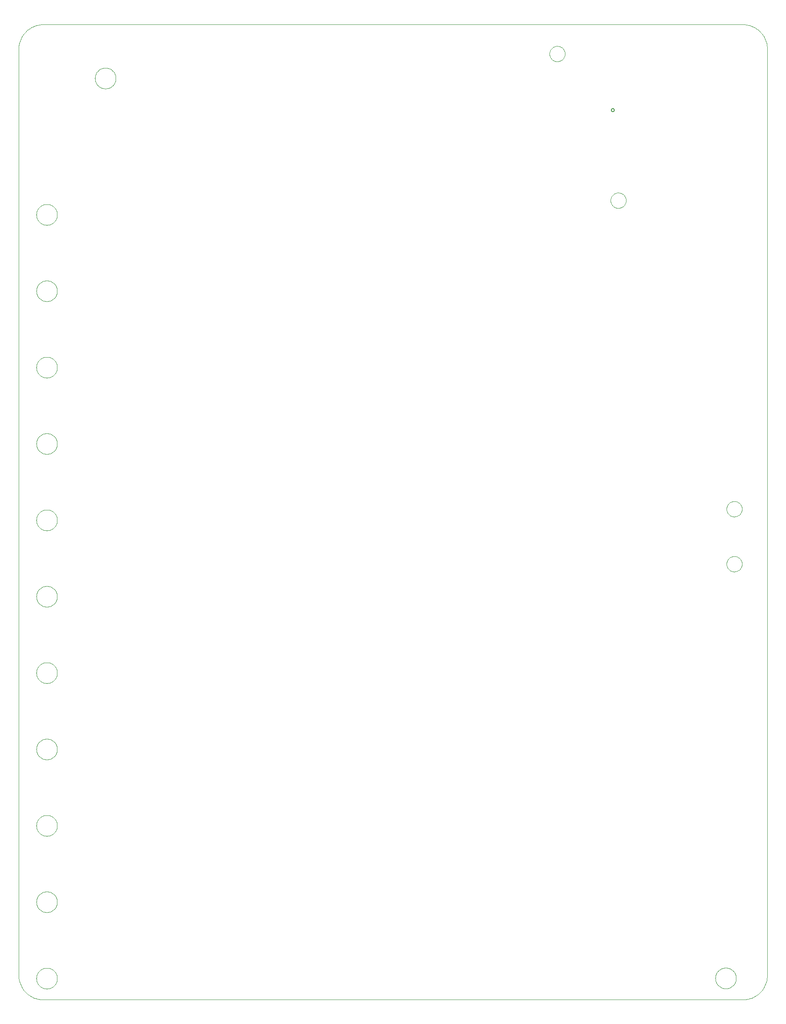
<source format=gbo>
G75*
%MOIN*%
%OFA0B0*%
%FSLAX24Y24*%
%IPPOS*%
%LPD*%
%AMOC8*
5,1,8,0,0,1.08239X$1,22.5*
%
%ADD10C,0.0000*%
%ADD11C,0.0050*%
D10*
X008060Y006760D02*
X008060Y082560D01*
X008062Y082647D01*
X008068Y082734D01*
X008077Y082821D01*
X008090Y082907D01*
X008107Y082993D01*
X008128Y083078D01*
X008153Y083161D01*
X008181Y083244D01*
X008212Y083325D01*
X008247Y083405D01*
X008286Y083483D01*
X008328Y083560D01*
X008373Y083635D01*
X008422Y083707D01*
X008473Y083778D01*
X008528Y083846D01*
X008585Y083911D01*
X008646Y083974D01*
X008709Y084035D01*
X008774Y084092D01*
X008842Y084147D01*
X008913Y084198D01*
X008985Y084247D01*
X009060Y084292D01*
X009137Y084334D01*
X009215Y084373D01*
X009295Y084408D01*
X009376Y084439D01*
X009459Y084467D01*
X009542Y084492D01*
X009627Y084513D01*
X009713Y084530D01*
X009799Y084543D01*
X009886Y084552D01*
X009973Y084558D01*
X010060Y084560D01*
X067360Y084560D01*
X067447Y084558D01*
X067534Y084552D01*
X067621Y084543D01*
X067707Y084530D01*
X067793Y084513D01*
X067878Y084492D01*
X067961Y084467D01*
X068044Y084439D01*
X068125Y084408D01*
X068205Y084373D01*
X068283Y084334D01*
X068360Y084292D01*
X068435Y084247D01*
X068507Y084198D01*
X068578Y084147D01*
X068646Y084092D01*
X068711Y084035D01*
X068774Y083974D01*
X068835Y083911D01*
X068892Y083846D01*
X068947Y083778D01*
X068998Y083707D01*
X069047Y083635D01*
X069092Y083560D01*
X069134Y083483D01*
X069173Y083405D01*
X069208Y083325D01*
X069239Y083244D01*
X069267Y083161D01*
X069292Y083078D01*
X069313Y082993D01*
X069330Y082907D01*
X069343Y082821D01*
X069352Y082734D01*
X069358Y082647D01*
X069360Y082560D01*
X069360Y006760D01*
X069358Y006673D01*
X069352Y006586D01*
X069343Y006499D01*
X069330Y006413D01*
X069313Y006327D01*
X069292Y006242D01*
X069267Y006159D01*
X069239Y006076D01*
X069208Y005995D01*
X069173Y005915D01*
X069134Y005837D01*
X069092Y005760D01*
X069047Y005685D01*
X068998Y005613D01*
X068947Y005542D01*
X068892Y005474D01*
X068835Y005409D01*
X068774Y005346D01*
X068711Y005285D01*
X068646Y005228D01*
X068578Y005173D01*
X068507Y005122D01*
X068435Y005073D01*
X068360Y005028D01*
X068283Y004986D01*
X068205Y004947D01*
X068125Y004912D01*
X068044Y004881D01*
X067961Y004853D01*
X067878Y004828D01*
X067793Y004807D01*
X067707Y004790D01*
X067621Y004777D01*
X067534Y004768D01*
X067447Y004762D01*
X067360Y004760D01*
X010060Y004760D01*
X009510Y006498D02*
X009512Y006556D01*
X009518Y006614D01*
X009528Y006671D01*
X009542Y006727D01*
X009559Y006783D01*
X009580Y006837D01*
X009605Y006889D01*
X009634Y006940D01*
X009666Y006988D01*
X009701Y007034D01*
X009739Y007078D01*
X009780Y007119D01*
X009824Y007157D01*
X009870Y007192D01*
X009918Y007224D01*
X009969Y007253D01*
X010021Y007278D01*
X010075Y007299D01*
X010131Y007316D01*
X010187Y007330D01*
X010244Y007340D01*
X010302Y007346D01*
X010360Y007348D01*
X010418Y007346D01*
X010476Y007340D01*
X010533Y007330D01*
X010589Y007316D01*
X010645Y007299D01*
X010699Y007278D01*
X010751Y007253D01*
X010802Y007224D01*
X010850Y007192D01*
X010896Y007157D01*
X010940Y007119D01*
X010981Y007078D01*
X011019Y007034D01*
X011054Y006988D01*
X011086Y006940D01*
X011115Y006889D01*
X011140Y006837D01*
X011161Y006783D01*
X011178Y006727D01*
X011192Y006671D01*
X011202Y006614D01*
X011208Y006556D01*
X011210Y006498D01*
X011208Y006440D01*
X011202Y006382D01*
X011192Y006325D01*
X011178Y006269D01*
X011161Y006213D01*
X011140Y006159D01*
X011115Y006107D01*
X011086Y006056D01*
X011054Y006008D01*
X011019Y005962D01*
X010981Y005918D01*
X010940Y005877D01*
X010896Y005839D01*
X010850Y005804D01*
X010802Y005772D01*
X010751Y005743D01*
X010699Y005718D01*
X010645Y005697D01*
X010589Y005680D01*
X010533Y005666D01*
X010476Y005656D01*
X010418Y005650D01*
X010360Y005648D01*
X010302Y005650D01*
X010244Y005656D01*
X010187Y005666D01*
X010131Y005680D01*
X010075Y005697D01*
X010021Y005718D01*
X009969Y005743D01*
X009918Y005772D01*
X009870Y005804D01*
X009824Y005839D01*
X009780Y005877D01*
X009739Y005918D01*
X009701Y005962D01*
X009666Y006008D01*
X009634Y006056D01*
X009605Y006107D01*
X009580Y006159D01*
X009559Y006213D01*
X009542Y006269D01*
X009528Y006325D01*
X009518Y006382D01*
X009512Y006440D01*
X009510Y006498D01*
X008060Y006760D02*
X008062Y006673D01*
X008068Y006586D01*
X008077Y006499D01*
X008090Y006413D01*
X008107Y006327D01*
X008128Y006242D01*
X008153Y006159D01*
X008181Y006076D01*
X008212Y005995D01*
X008247Y005915D01*
X008286Y005837D01*
X008328Y005760D01*
X008373Y005685D01*
X008422Y005613D01*
X008473Y005542D01*
X008528Y005474D01*
X008585Y005409D01*
X008646Y005346D01*
X008709Y005285D01*
X008774Y005228D01*
X008842Y005173D01*
X008913Y005122D01*
X008985Y005073D01*
X009060Y005028D01*
X009137Y004986D01*
X009215Y004947D01*
X009295Y004912D01*
X009376Y004881D01*
X009459Y004853D01*
X009542Y004828D01*
X009627Y004807D01*
X009713Y004790D01*
X009799Y004777D01*
X009886Y004768D01*
X009973Y004762D01*
X010060Y004760D01*
X009510Y012748D02*
X009512Y012806D01*
X009518Y012864D01*
X009528Y012921D01*
X009542Y012977D01*
X009559Y013033D01*
X009580Y013087D01*
X009605Y013139D01*
X009634Y013190D01*
X009666Y013238D01*
X009701Y013284D01*
X009739Y013328D01*
X009780Y013369D01*
X009824Y013407D01*
X009870Y013442D01*
X009918Y013474D01*
X009969Y013503D01*
X010021Y013528D01*
X010075Y013549D01*
X010131Y013566D01*
X010187Y013580D01*
X010244Y013590D01*
X010302Y013596D01*
X010360Y013598D01*
X010418Y013596D01*
X010476Y013590D01*
X010533Y013580D01*
X010589Y013566D01*
X010645Y013549D01*
X010699Y013528D01*
X010751Y013503D01*
X010802Y013474D01*
X010850Y013442D01*
X010896Y013407D01*
X010940Y013369D01*
X010981Y013328D01*
X011019Y013284D01*
X011054Y013238D01*
X011086Y013190D01*
X011115Y013139D01*
X011140Y013087D01*
X011161Y013033D01*
X011178Y012977D01*
X011192Y012921D01*
X011202Y012864D01*
X011208Y012806D01*
X011210Y012748D01*
X011208Y012690D01*
X011202Y012632D01*
X011192Y012575D01*
X011178Y012519D01*
X011161Y012463D01*
X011140Y012409D01*
X011115Y012357D01*
X011086Y012306D01*
X011054Y012258D01*
X011019Y012212D01*
X010981Y012168D01*
X010940Y012127D01*
X010896Y012089D01*
X010850Y012054D01*
X010802Y012022D01*
X010751Y011993D01*
X010699Y011968D01*
X010645Y011947D01*
X010589Y011930D01*
X010533Y011916D01*
X010476Y011906D01*
X010418Y011900D01*
X010360Y011898D01*
X010302Y011900D01*
X010244Y011906D01*
X010187Y011916D01*
X010131Y011930D01*
X010075Y011947D01*
X010021Y011968D01*
X009969Y011993D01*
X009918Y012022D01*
X009870Y012054D01*
X009824Y012089D01*
X009780Y012127D01*
X009739Y012168D01*
X009701Y012212D01*
X009666Y012258D01*
X009634Y012306D01*
X009605Y012357D01*
X009580Y012409D01*
X009559Y012463D01*
X009542Y012519D01*
X009528Y012575D01*
X009518Y012632D01*
X009512Y012690D01*
X009510Y012748D01*
X009510Y018998D02*
X009512Y019056D01*
X009518Y019114D01*
X009528Y019171D01*
X009542Y019227D01*
X009559Y019283D01*
X009580Y019337D01*
X009605Y019389D01*
X009634Y019440D01*
X009666Y019488D01*
X009701Y019534D01*
X009739Y019578D01*
X009780Y019619D01*
X009824Y019657D01*
X009870Y019692D01*
X009918Y019724D01*
X009969Y019753D01*
X010021Y019778D01*
X010075Y019799D01*
X010131Y019816D01*
X010187Y019830D01*
X010244Y019840D01*
X010302Y019846D01*
X010360Y019848D01*
X010418Y019846D01*
X010476Y019840D01*
X010533Y019830D01*
X010589Y019816D01*
X010645Y019799D01*
X010699Y019778D01*
X010751Y019753D01*
X010802Y019724D01*
X010850Y019692D01*
X010896Y019657D01*
X010940Y019619D01*
X010981Y019578D01*
X011019Y019534D01*
X011054Y019488D01*
X011086Y019440D01*
X011115Y019389D01*
X011140Y019337D01*
X011161Y019283D01*
X011178Y019227D01*
X011192Y019171D01*
X011202Y019114D01*
X011208Y019056D01*
X011210Y018998D01*
X011208Y018940D01*
X011202Y018882D01*
X011192Y018825D01*
X011178Y018769D01*
X011161Y018713D01*
X011140Y018659D01*
X011115Y018607D01*
X011086Y018556D01*
X011054Y018508D01*
X011019Y018462D01*
X010981Y018418D01*
X010940Y018377D01*
X010896Y018339D01*
X010850Y018304D01*
X010802Y018272D01*
X010751Y018243D01*
X010699Y018218D01*
X010645Y018197D01*
X010589Y018180D01*
X010533Y018166D01*
X010476Y018156D01*
X010418Y018150D01*
X010360Y018148D01*
X010302Y018150D01*
X010244Y018156D01*
X010187Y018166D01*
X010131Y018180D01*
X010075Y018197D01*
X010021Y018218D01*
X009969Y018243D01*
X009918Y018272D01*
X009870Y018304D01*
X009824Y018339D01*
X009780Y018377D01*
X009739Y018418D01*
X009701Y018462D01*
X009666Y018508D01*
X009634Y018556D01*
X009605Y018607D01*
X009580Y018659D01*
X009559Y018713D01*
X009542Y018769D01*
X009528Y018825D01*
X009518Y018882D01*
X009512Y018940D01*
X009510Y018998D01*
X009510Y025248D02*
X009512Y025306D01*
X009518Y025364D01*
X009528Y025421D01*
X009542Y025477D01*
X009559Y025533D01*
X009580Y025587D01*
X009605Y025639D01*
X009634Y025690D01*
X009666Y025738D01*
X009701Y025784D01*
X009739Y025828D01*
X009780Y025869D01*
X009824Y025907D01*
X009870Y025942D01*
X009918Y025974D01*
X009969Y026003D01*
X010021Y026028D01*
X010075Y026049D01*
X010131Y026066D01*
X010187Y026080D01*
X010244Y026090D01*
X010302Y026096D01*
X010360Y026098D01*
X010418Y026096D01*
X010476Y026090D01*
X010533Y026080D01*
X010589Y026066D01*
X010645Y026049D01*
X010699Y026028D01*
X010751Y026003D01*
X010802Y025974D01*
X010850Y025942D01*
X010896Y025907D01*
X010940Y025869D01*
X010981Y025828D01*
X011019Y025784D01*
X011054Y025738D01*
X011086Y025690D01*
X011115Y025639D01*
X011140Y025587D01*
X011161Y025533D01*
X011178Y025477D01*
X011192Y025421D01*
X011202Y025364D01*
X011208Y025306D01*
X011210Y025248D01*
X011208Y025190D01*
X011202Y025132D01*
X011192Y025075D01*
X011178Y025019D01*
X011161Y024963D01*
X011140Y024909D01*
X011115Y024857D01*
X011086Y024806D01*
X011054Y024758D01*
X011019Y024712D01*
X010981Y024668D01*
X010940Y024627D01*
X010896Y024589D01*
X010850Y024554D01*
X010802Y024522D01*
X010751Y024493D01*
X010699Y024468D01*
X010645Y024447D01*
X010589Y024430D01*
X010533Y024416D01*
X010476Y024406D01*
X010418Y024400D01*
X010360Y024398D01*
X010302Y024400D01*
X010244Y024406D01*
X010187Y024416D01*
X010131Y024430D01*
X010075Y024447D01*
X010021Y024468D01*
X009969Y024493D01*
X009918Y024522D01*
X009870Y024554D01*
X009824Y024589D01*
X009780Y024627D01*
X009739Y024668D01*
X009701Y024712D01*
X009666Y024758D01*
X009634Y024806D01*
X009605Y024857D01*
X009580Y024909D01*
X009559Y024963D01*
X009542Y025019D01*
X009528Y025075D01*
X009518Y025132D01*
X009512Y025190D01*
X009510Y025248D01*
X009510Y031498D02*
X009512Y031556D01*
X009518Y031614D01*
X009528Y031671D01*
X009542Y031727D01*
X009559Y031783D01*
X009580Y031837D01*
X009605Y031889D01*
X009634Y031940D01*
X009666Y031988D01*
X009701Y032034D01*
X009739Y032078D01*
X009780Y032119D01*
X009824Y032157D01*
X009870Y032192D01*
X009918Y032224D01*
X009969Y032253D01*
X010021Y032278D01*
X010075Y032299D01*
X010131Y032316D01*
X010187Y032330D01*
X010244Y032340D01*
X010302Y032346D01*
X010360Y032348D01*
X010418Y032346D01*
X010476Y032340D01*
X010533Y032330D01*
X010589Y032316D01*
X010645Y032299D01*
X010699Y032278D01*
X010751Y032253D01*
X010802Y032224D01*
X010850Y032192D01*
X010896Y032157D01*
X010940Y032119D01*
X010981Y032078D01*
X011019Y032034D01*
X011054Y031988D01*
X011086Y031940D01*
X011115Y031889D01*
X011140Y031837D01*
X011161Y031783D01*
X011178Y031727D01*
X011192Y031671D01*
X011202Y031614D01*
X011208Y031556D01*
X011210Y031498D01*
X011208Y031440D01*
X011202Y031382D01*
X011192Y031325D01*
X011178Y031269D01*
X011161Y031213D01*
X011140Y031159D01*
X011115Y031107D01*
X011086Y031056D01*
X011054Y031008D01*
X011019Y030962D01*
X010981Y030918D01*
X010940Y030877D01*
X010896Y030839D01*
X010850Y030804D01*
X010802Y030772D01*
X010751Y030743D01*
X010699Y030718D01*
X010645Y030697D01*
X010589Y030680D01*
X010533Y030666D01*
X010476Y030656D01*
X010418Y030650D01*
X010360Y030648D01*
X010302Y030650D01*
X010244Y030656D01*
X010187Y030666D01*
X010131Y030680D01*
X010075Y030697D01*
X010021Y030718D01*
X009969Y030743D01*
X009918Y030772D01*
X009870Y030804D01*
X009824Y030839D01*
X009780Y030877D01*
X009739Y030918D01*
X009701Y030962D01*
X009666Y031008D01*
X009634Y031056D01*
X009605Y031107D01*
X009580Y031159D01*
X009559Y031213D01*
X009542Y031269D01*
X009528Y031325D01*
X009518Y031382D01*
X009512Y031440D01*
X009510Y031498D01*
X009510Y037748D02*
X009512Y037806D01*
X009518Y037864D01*
X009528Y037921D01*
X009542Y037977D01*
X009559Y038033D01*
X009580Y038087D01*
X009605Y038139D01*
X009634Y038190D01*
X009666Y038238D01*
X009701Y038284D01*
X009739Y038328D01*
X009780Y038369D01*
X009824Y038407D01*
X009870Y038442D01*
X009918Y038474D01*
X009969Y038503D01*
X010021Y038528D01*
X010075Y038549D01*
X010131Y038566D01*
X010187Y038580D01*
X010244Y038590D01*
X010302Y038596D01*
X010360Y038598D01*
X010418Y038596D01*
X010476Y038590D01*
X010533Y038580D01*
X010589Y038566D01*
X010645Y038549D01*
X010699Y038528D01*
X010751Y038503D01*
X010802Y038474D01*
X010850Y038442D01*
X010896Y038407D01*
X010940Y038369D01*
X010981Y038328D01*
X011019Y038284D01*
X011054Y038238D01*
X011086Y038190D01*
X011115Y038139D01*
X011140Y038087D01*
X011161Y038033D01*
X011178Y037977D01*
X011192Y037921D01*
X011202Y037864D01*
X011208Y037806D01*
X011210Y037748D01*
X011208Y037690D01*
X011202Y037632D01*
X011192Y037575D01*
X011178Y037519D01*
X011161Y037463D01*
X011140Y037409D01*
X011115Y037357D01*
X011086Y037306D01*
X011054Y037258D01*
X011019Y037212D01*
X010981Y037168D01*
X010940Y037127D01*
X010896Y037089D01*
X010850Y037054D01*
X010802Y037022D01*
X010751Y036993D01*
X010699Y036968D01*
X010645Y036947D01*
X010589Y036930D01*
X010533Y036916D01*
X010476Y036906D01*
X010418Y036900D01*
X010360Y036898D01*
X010302Y036900D01*
X010244Y036906D01*
X010187Y036916D01*
X010131Y036930D01*
X010075Y036947D01*
X010021Y036968D01*
X009969Y036993D01*
X009918Y037022D01*
X009870Y037054D01*
X009824Y037089D01*
X009780Y037127D01*
X009739Y037168D01*
X009701Y037212D01*
X009666Y037258D01*
X009634Y037306D01*
X009605Y037357D01*
X009580Y037409D01*
X009559Y037463D01*
X009542Y037519D01*
X009528Y037575D01*
X009518Y037632D01*
X009512Y037690D01*
X009510Y037748D01*
X009510Y043998D02*
X009512Y044056D01*
X009518Y044114D01*
X009528Y044171D01*
X009542Y044227D01*
X009559Y044283D01*
X009580Y044337D01*
X009605Y044389D01*
X009634Y044440D01*
X009666Y044488D01*
X009701Y044534D01*
X009739Y044578D01*
X009780Y044619D01*
X009824Y044657D01*
X009870Y044692D01*
X009918Y044724D01*
X009969Y044753D01*
X010021Y044778D01*
X010075Y044799D01*
X010131Y044816D01*
X010187Y044830D01*
X010244Y044840D01*
X010302Y044846D01*
X010360Y044848D01*
X010418Y044846D01*
X010476Y044840D01*
X010533Y044830D01*
X010589Y044816D01*
X010645Y044799D01*
X010699Y044778D01*
X010751Y044753D01*
X010802Y044724D01*
X010850Y044692D01*
X010896Y044657D01*
X010940Y044619D01*
X010981Y044578D01*
X011019Y044534D01*
X011054Y044488D01*
X011086Y044440D01*
X011115Y044389D01*
X011140Y044337D01*
X011161Y044283D01*
X011178Y044227D01*
X011192Y044171D01*
X011202Y044114D01*
X011208Y044056D01*
X011210Y043998D01*
X011208Y043940D01*
X011202Y043882D01*
X011192Y043825D01*
X011178Y043769D01*
X011161Y043713D01*
X011140Y043659D01*
X011115Y043607D01*
X011086Y043556D01*
X011054Y043508D01*
X011019Y043462D01*
X010981Y043418D01*
X010940Y043377D01*
X010896Y043339D01*
X010850Y043304D01*
X010802Y043272D01*
X010751Y043243D01*
X010699Y043218D01*
X010645Y043197D01*
X010589Y043180D01*
X010533Y043166D01*
X010476Y043156D01*
X010418Y043150D01*
X010360Y043148D01*
X010302Y043150D01*
X010244Y043156D01*
X010187Y043166D01*
X010131Y043180D01*
X010075Y043197D01*
X010021Y043218D01*
X009969Y043243D01*
X009918Y043272D01*
X009870Y043304D01*
X009824Y043339D01*
X009780Y043377D01*
X009739Y043418D01*
X009701Y043462D01*
X009666Y043508D01*
X009634Y043556D01*
X009605Y043607D01*
X009580Y043659D01*
X009559Y043713D01*
X009542Y043769D01*
X009528Y043825D01*
X009518Y043882D01*
X009512Y043940D01*
X009510Y043998D01*
X009510Y050248D02*
X009512Y050306D01*
X009518Y050364D01*
X009528Y050421D01*
X009542Y050477D01*
X009559Y050533D01*
X009580Y050587D01*
X009605Y050639D01*
X009634Y050690D01*
X009666Y050738D01*
X009701Y050784D01*
X009739Y050828D01*
X009780Y050869D01*
X009824Y050907D01*
X009870Y050942D01*
X009918Y050974D01*
X009969Y051003D01*
X010021Y051028D01*
X010075Y051049D01*
X010131Y051066D01*
X010187Y051080D01*
X010244Y051090D01*
X010302Y051096D01*
X010360Y051098D01*
X010418Y051096D01*
X010476Y051090D01*
X010533Y051080D01*
X010589Y051066D01*
X010645Y051049D01*
X010699Y051028D01*
X010751Y051003D01*
X010802Y050974D01*
X010850Y050942D01*
X010896Y050907D01*
X010940Y050869D01*
X010981Y050828D01*
X011019Y050784D01*
X011054Y050738D01*
X011086Y050690D01*
X011115Y050639D01*
X011140Y050587D01*
X011161Y050533D01*
X011178Y050477D01*
X011192Y050421D01*
X011202Y050364D01*
X011208Y050306D01*
X011210Y050248D01*
X011208Y050190D01*
X011202Y050132D01*
X011192Y050075D01*
X011178Y050019D01*
X011161Y049963D01*
X011140Y049909D01*
X011115Y049857D01*
X011086Y049806D01*
X011054Y049758D01*
X011019Y049712D01*
X010981Y049668D01*
X010940Y049627D01*
X010896Y049589D01*
X010850Y049554D01*
X010802Y049522D01*
X010751Y049493D01*
X010699Y049468D01*
X010645Y049447D01*
X010589Y049430D01*
X010533Y049416D01*
X010476Y049406D01*
X010418Y049400D01*
X010360Y049398D01*
X010302Y049400D01*
X010244Y049406D01*
X010187Y049416D01*
X010131Y049430D01*
X010075Y049447D01*
X010021Y049468D01*
X009969Y049493D01*
X009918Y049522D01*
X009870Y049554D01*
X009824Y049589D01*
X009780Y049627D01*
X009739Y049668D01*
X009701Y049712D01*
X009666Y049758D01*
X009634Y049806D01*
X009605Y049857D01*
X009580Y049909D01*
X009559Y049963D01*
X009542Y050019D01*
X009528Y050075D01*
X009518Y050132D01*
X009512Y050190D01*
X009510Y050248D01*
X009510Y056498D02*
X009512Y056556D01*
X009518Y056614D01*
X009528Y056671D01*
X009542Y056727D01*
X009559Y056783D01*
X009580Y056837D01*
X009605Y056889D01*
X009634Y056940D01*
X009666Y056988D01*
X009701Y057034D01*
X009739Y057078D01*
X009780Y057119D01*
X009824Y057157D01*
X009870Y057192D01*
X009918Y057224D01*
X009969Y057253D01*
X010021Y057278D01*
X010075Y057299D01*
X010131Y057316D01*
X010187Y057330D01*
X010244Y057340D01*
X010302Y057346D01*
X010360Y057348D01*
X010418Y057346D01*
X010476Y057340D01*
X010533Y057330D01*
X010589Y057316D01*
X010645Y057299D01*
X010699Y057278D01*
X010751Y057253D01*
X010802Y057224D01*
X010850Y057192D01*
X010896Y057157D01*
X010940Y057119D01*
X010981Y057078D01*
X011019Y057034D01*
X011054Y056988D01*
X011086Y056940D01*
X011115Y056889D01*
X011140Y056837D01*
X011161Y056783D01*
X011178Y056727D01*
X011192Y056671D01*
X011202Y056614D01*
X011208Y056556D01*
X011210Y056498D01*
X011208Y056440D01*
X011202Y056382D01*
X011192Y056325D01*
X011178Y056269D01*
X011161Y056213D01*
X011140Y056159D01*
X011115Y056107D01*
X011086Y056056D01*
X011054Y056008D01*
X011019Y055962D01*
X010981Y055918D01*
X010940Y055877D01*
X010896Y055839D01*
X010850Y055804D01*
X010802Y055772D01*
X010751Y055743D01*
X010699Y055718D01*
X010645Y055697D01*
X010589Y055680D01*
X010533Y055666D01*
X010476Y055656D01*
X010418Y055650D01*
X010360Y055648D01*
X010302Y055650D01*
X010244Y055656D01*
X010187Y055666D01*
X010131Y055680D01*
X010075Y055697D01*
X010021Y055718D01*
X009969Y055743D01*
X009918Y055772D01*
X009870Y055804D01*
X009824Y055839D01*
X009780Y055877D01*
X009739Y055918D01*
X009701Y055962D01*
X009666Y056008D01*
X009634Y056056D01*
X009605Y056107D01*
X009580Y056159D01*
X009559Y056213D01*
X009542Y056269D01*
X009528Y056325D01*
X009518Y056382D01*
X009512Y056440D01*
X009510Y056498D01*
X009510Y062748D02*
X009512Y062806D01*
X009518Y062864D01*
X009528Y062921D01*
X009542Y062977D01*
X009559Y063033D01*
X009580Y063087D01*
X009605Y063139D01*
X009634Y063190D01*
X009666Y063238D01*
X009701Y063284D01*
X009739Y063328D01*
X009780Y063369D01*
X009824Y063407D01*
X009870Y063442D01*
X009918Y063474D01*
X009969Y063503D01*
X010021Y063528D01*
X010075Y063549D01*
X010131Y063566D01*
X010187Y063580D01*
X010244Y063590D01*
X010302Y063596D01*
X010360Y063598D01*
X010418Y063596D01*
X010476Y063590D01*
X010533Y063580D01*
X010589Y063566D01*
X010645Y063549D01*
X010699Y063528D01*
X010751Y063503D01*
X010802Y063474D01*
X010850Y063442D01*
X010896Y063407D01*
X010940Y063369D01*
X010981Y063328D01*
X011019Y063284D01*
X011054Y063238D01*
X011086Y063190D01*
X011115Y063139D01*
X011140Y063087D01*
X011161Y063033D01*
X011178Y062977D01*
X011192Y062921D01*
X011202Y062864D01*
X011208Y062806D01*
X011210Y062748D01*
X011208Y062690D01*
X011202Y062632D01*
X011192Y062575D01*
X011178Y062519D01*
X011161Y062463D01*
X011140Y062409D01*
X011115Y062357D01*
X011086Y062306D01*
X011054Y062258D01*
X011019Y062212D01*
X010981Y062168D01*
X010940Y062127D01*
X010896Y062089D01*
X010850Y062054D01*
X010802Y062022D01*
X010751Y061993D01*
X010699Y061968D01*
X010645Y061947D01*
X010589Y061930D01*
X010533Y061916D01*
X010476Y061906D01*
X010418Y061900D01*
X010360Y061898D01*
X010302Y061900D01*
X010244Y061906D01*
X010187Y061916D01*
X010131Y061930D01*
X010075Y061947D01*
X010021Y061968D01*
X009969Y061993D01*
X009918Y062022D01*
X009870Y062054D01*
X009824Y062089D01*
X009780Y062127D01*
X009739Y062168D01*
X009701Y062212D01*
X009666Y062258D01*
X009634Y062306D01*
X009605Y062357D01*
X009580Y062409D01*
X009559Y062463D01*
X009542Y062519D01*
X009528Y062575D01*
X009518Y062632D01*
X009512Y062690D01*
X009510Y062748D01*
X009510Y068998D02*
X009512Y069056D01*
X009518Y069114D01*
X009528Y069171D01*
X009542Y069227D01*
X009559Y069283D01*
X009580Y069337D01*
X009605Y069389D01*
X009634Y069440D01*
X009666Y069488D01*
X009701Y069534D01*
X009739Y069578D01*
X009780Y069619D01*
X009824Y069657D01*
X009870Y069692D01*
X009918Y069724D01*
X009969Y069753D01*
X010021Y069778D01*
X010075Y069799D01*
X010131Y069816D01*
X010187Y069830D01*
X010244Y069840D01*
X010302Y069846D01*
X010360Y069848D01*
X010418Y069846D01*
X010476Y069840D01*
X010533Y069830D01*
X010589Y069816D01*
X010645Y069799D01*
X010699Y069778D01*
X010751Y069753D01*
X010802Y069724D01*
X010850Y069692D01*
X010896Y069657D01*
X010940Y069619D01*
X010981Y069578D01*
X011019Y069534D01*
X011054Y069488D01*
X011086Y069440D01*
X011115Y069389D01*
X011140Y069337D01*
X011161Y069283D01*
X011178Y069227D01*
X011192Y069171D01*
X011202Y069114D01*
X011208Y069056D01*
X011210Y068998D01*
X011208Y068940D01*
X011202Y068882D01*
X011192Y068825D01*
X011178Y068769D01*
X011161Y068713D01*
X011140Y068659D01*
X011115Y068607D01*
X011086Y068556D01*
X011054Y068508D01*
X011019Y068462D01*
X010981Y068418D01*
X010940Y068377D01*
X010896Y068339D01*
X010850Y068304D01*
X010802Y068272D01*
X010751Y068243D01*
X010699Y068218D01*
X010645Y068197D01*
X010589Y068180D01*
X010533Y068166D01*
X010476Y068156D01*
X010418Y068150D01*
X010360Y068148D01*
X010302Y068150D01*
X010244Y068156D01*
X010187Y068166D01*
X010131Y068180D01*
X010075Y068197D01*
X010021Y068218D01*
X009969Y068243D01*
X009918Y068272D01*
X009870Y068304D01*
X009824Y068339D01*
X009780Y068377D01*
X009739Y068418D01*
X009701Y068462D01*
X009666Y068508D01*
X009634Y068556D01*
X009605Y068607D01*
X009580Y068659D01*
X009559Y068713D01*
X009542Y068769D01*
X009528Y068825D01*
X009518Y068882D01*
X009512Y068940D01*
X009510Y068998D01*
X014310Y080160D02*
X014312Y080218D01*
X014318Y080276D01*
X014328Y080333D01*
X014342Y080389D01*
X014359Y080445D01*
X014380Y080499D01*
X014405Y080551D01*
X014434Y080602D01*
X014466Y080650D01*
X014501Y080696D01*
X014539Y080740D01*
X014580Y080781D01*
X014624Y080819D01*
X014670Y080854D01*
X014718Y080886D01*
X014769Y080915D01*
X014821Y080940D01*
X014875Y080961D01*
X014931Y080978D01*
X014987Y080992D01*
X015044Y081002D01*
X015102Y081008D01*
X015160Y081010D01*
X015218Y081008D01*
X015276Y081002D01*
X015333Y080992D01*
X015389Y080978D01*
X015445Y080961D01*
X015499Y080940D01*
X015551Y080915D01*
X015602Y080886D01*
X015650Y080854D01*
X015696Y080819D01*
X015740Y080781D01*
X015781Y080740D01*
X015819Y080696D01*
X015854Y080650D01*
X015886Y080602D01*
X015915Y080551D01*
X015940Y080499D01*
X015961Y080445D01*
X015978Y080389D01*
X015992Y080333D01*
X016002Y080276D01*
X016008Y080218D01*
X016010Y080160D01*
X016008Y080102D01*
X016002Y080044D01*
X015992Y079987D01*
X015978Y079931D01*
X015961Y079875D01*
X015940Y079821D01*
X015915Y079769D01*
X015886Y079718D01*
X015854Y079670D01*
X015819Y079624D01*
X015781Y079580D01*
X015740Y079539D01*
X015696Y079501D01*
X015650Y079466D01*
X015602Y079434D01*
X015551Y079405D01*
X015499Y079380D01*
X015445Y079359D01*
X015389Y079342D01*
X015333Y079328D01*
X015276Y079318D01*
X015218Y079312D01*
X015160Y079310D01*
X015102Y079312D01*
X015044Y079318D01*
X014987Y079328D01*
X014931Y079342D01*
X014875Y079359D01*
X014821Y079380D01*
X014769Y079405D01*
X014718Y079434D01*
X014670Y079466D01*
X014624Y079501D01*
X014580Y079539D01*
X014539Y079580D01*
X014501Y079624D01*
X014466Y079670D01*
X014434Y079718D01*
X014405Y079769D01*
X014380Y079821D01*
X014359Y079875D01*
X014342Y079931D01*
X014328Y079987D01*
X014318Y080044D01*
X014312Y080102D01*
X014310Y080160D01*
X051530Y082160D02*
X051532Y082210D01*
X051538Y082260D01*
X051548Y082309D01*
X051562Y082357D01*
X051579Y082404D01*
X051600Y082449D01*
X051625Y082493D01*
X051653Y082534D01*
X051685Y082573D01*
X051719Y082610D01*
X051756Y082644D01*
X051796Y082674D01*
X051838Y082701D01*
X051882Y082725D01*
X051928Y082746D01*
X051975Y082762D01*
X052023Y082775D01*
X052073Y082784D01*
X052122Y082789D01*
X052173Y082790D01*
X052223Y082787D01*
X052272Y082780D01*
X052321Y082769D01*
X052369Y082754D01*
X052415Y082736D01*
X052460Y082714D01*
X052503Y082688D01*
X052544Y082659D01*
X052583Y082627D01*
X052619Y082592D01*
X052651Y082554D01*
X052681Y082514D01*
X052708Y082471D01*
X052731Y082427D01*
X052750Y082381D01*
X052766Y082333D01*
X052778Y082284D01*
X052786Y082235D01*
X052790Y082185D01*
X052790Y082135D01*
X052786Y082085D01*
X052778Y082036D01*
X052766Y081987D01*
X052750Y081939D01*
X052731Y081893D01*
X052708Y081849D01*
X052681Y081806D01*
X052651Y081766D01*
X052619Y081728D01*
X052583Y081693D01*
X052544Y081661D01*
X052503Y081632D01*
X052460Y081606D01*
X052415Y081584D01*
X052369Y081566D01*
X052321Y081551D01*
X052272Y081540D01*
X052223Y081533D01*
X052173Y081530D01*
X052122Y081531D01*
X052073Y081536D01*
X052023Y081545D01*
X051975Y081558D01*
X051928Y081574D01*
X051882Y081595D01*
X051838Y081619D01*
X051796Y081646D01*
X051756Y081676D01*
X051719Y081710D01*
X051685Y081747D01*
X051653Y081786D01*
X051625Y081827D01*
X051600Y081871D01*
X051579Y081916D01*
X051562Y081963D01*
X051548Y082011D01*
X051538Y082060D01*
X051532Y082110D01*
X051530Y082160D01*
X056530Y070160D02*
X056532Y070210D01*
X056538Y070260D01*
X056548Y070309D01*
X056562Y070357D01*
X056579Y070404D01*
X056600Y070449D01*
X056625Y070493D01*
X056653Y070534D01*
X056685Y070573D01*
X056719Y070610D01*
X056756Y070644D01*
X056796Y070674D01*
X056838Y070701D01*
X056882Y070725D01*
X056928Y070746D01*
X056975Y070762D01*
X057023Y070775D01*
X057073Y070784D01*
X057122Y070789D01*
X057173Y070790D01*
X057223Y070787D01*
X057272Y070780D01*
X057321Y070769D01*
X057369Y070754D01*
X057415Y070736D01*
X057460Y070714D01*
X057503Y070688D01*
X057544Y070659D01*
X057583Y070627D01*
X057619Y070592D01*
X057651Y070554D01*
X057681Y070514D01*
X057708Y070471D01*
X057731Y070427D01*
X057750Y070381D01*
X057766Y070333D01*
X057778Y070284D01*
X057786Y070235D01*
X057790Y070185D01*
X057790Y070135D01*
X057786Y070085D01*
X057778Y070036D01*
X057766Y069987D01*
X057750Y069939D01*
X057731Y069893D01*
X057708Y069849D01*
X057681Y069806D01*
X057651Y069766D01*
X057619Y069728D01*
X057583Y069693D01*
X057544Y069661D01*
X057503Y069632D01*
X057460Y069606D01*
X057415Y069584D01*
X057369Y069566D01*
X057321Y069551D01*
X057272Y069540D01*
X057223Y069533D01*
X057173Y069530D01*
X057122Y069531D01*
X057073Y069536D01*
X057023Y069545D01*
X056975Y069558D01*
X056928Y069574D01*
X056882Y069595D01*
X056838Y069619D01*
X056796Y069646D01*
X056756Y069676D01*
X056719Y069710D01*
X056685Y069747D01*
X056653Y069786D01*
X056625Y069827D01*
X056600Y069871D01*
X056579Y069916D01*
X056562Y069963D01*
X056548Y070011D01*
X056538Y070060D01*
X056532Y070110D01*
X056530Y070160D01*
X066030Y044910D02*
X066032Y044960D01*
X066038Y045010D01*
X066048Y045059D01*
X066062Y045107D01*
X066079Y045154D01*
X066100Y045199D01*
X066125Y045243D01*
X066153Y045284D01*
X066185Y045323D01*
X066219Y045360D01*
X066256Y045394D01*
X066296Y045424D01*
X066338Y045451D01*
X066382Y045475D01*
X066428Y045496D01*
X066475Y045512D01*
X066523Y045525D01*
X066573Y045534D01*
X066622Y045539D01*
X066673Y045540D01*
X066723Y045537D01*
X066772Y045530D01*
X066821Y045519D01*
X066869Y045504D01*
X066915Y045486D01*
X066960Y045464D01*
X067003Y045438D01*
X067044Y045409D01*
X067083Y045377D01*
X067119Y045342D01*
X067151Y045304D01*
X067181Y045264D01*
X067208Y045221D01*
X067231Y045177D01*
X067250Y045131D01*
X067266Y045083D01*
X067278Y045034D01*
X067286Y044985D01*
X067290Y044935D01*
X067290Y044885D01*
X067286Y044835D01*
X067278Y044786D01*
X067266Y044737D01*
X067250Y044689D01*
X067231Y044643D01*
X067208Y044599D01*
X067181Y044556D01*
X067151Y044516D01*
X067119Y044478D01*
X067083Y044443D01*
X067044Y044411D01*
X067003Y044382D01*
X066960Y044356D01*
X066915Y044334D01*
X066869Y044316D01*
X066821Y044301D01*
X066772Y044290D01*
X066723Y044283D01*
X066673Y044280D01*
X066622Y044281D01*
X066573Y044286D01*
X066523Y044295D01*
X066475Y044308D01*
X066428Y044324D01*
X066382Y044345D01*
X066338Y044369D01*
X066296Y044396D01*
X066256Y044426D01*
X066219Y044460D01*
X066185Y044497D01*
X066153Y044536D01*
X066125Y044577D01*
X066100Y044621D01*
X066079Y044666D01*
X066062Y044713D01*
X066048Y044761D01*
X066038Y044810D01*
X066032Y044860D01*
X066030Y044910D01*
X066030Y040410D02*
X066032Y040460D01*
X066038Y040510D01*
X066048Y040559D01*
X066062Y040607D01*
X066079Y040654D01*
X066100Y040699D01*
X066125Y040743D01*
X066153Y040784D01*
X066185Y040823D01*
X066219Y040860D01*
X066256Y040894D01*
X066296Y040924D01*
X066338Y040951D01*
X066382Y040975D01*
X066428Y040996D01*
X066475Y041012D01*
X066523Y041025D01*
X066573Y041034D01*
X066622Y041039D01*
X066673Y041040D01*
X066723Y041037D01*
X066772Y041030D01*
X066821Y041019D01*
X066869Y041004D01*
X066915Y040986D01*
X066960Y040964D01*
X067003Y040938D01*
X067044Y040909D01*
X067083Y040877D01*
X067119Y040842D01*
X067151Y040804D01*
X067181Y040764D01*
X067208Y040721D01*
X067231Y040677D01*
X067250Y040631D01*
X067266Y040583D01*
X067278Y040534D01*
X067286Y040485D01*
X067290Y040435D01*
X067290Y040385D01*
X067286Y040335D01*
X067278Y040286D01*
X067266Y040237D01*
X067250Y040189D01*
X067231Y040143D01*
X067208Y040099D01*
X067181Y040056D01*
X067151Y040016D01*
X067119Y039978D01*
X067083Y039943D01*
X067044Y039911D01*
X067003Y039882D01*
X066960Y039856D01*
X066915Y039834D01*
X066869Y039816D01*
X066821Y039801D01*
X066772Y039790D01*
X066723Y039783D01*
X066673Y039780D01*
X066622Y039781D01*
X066573Y039786D01*
X066523Y039795D01*
X066475Y039808D01*
X066428Y039824D01*
X066382Y039845D01*
X066338Y039869D01*
X066296Y039896D01*
X066256Y039926D01*
X066219Y039960D01*
X066185Y039997D01*
X066153Y040036D01*
X066125Y040077D01*
X066100Y040121D01*
X066079Y040166D01*
X066062Y040213D01*
X066048Y040261D01*
X066038Y040310D01*
X066032Y040360D01*
X066030Y040410D01*
X065110Y006510D02*
X065112Y006568D01*
X065118Y006626D01*
X065128Y006683D01*
X065142Y006739D01*
X065159Y006795D01*
X065180Y006849D01*
X065205Y006901D01*
X065234Y006952D01*
X065266Y007000D01*
X065301Y007046D01*
X065339Y007090D01*
X065380Y007131D01*
X065424Y007169D01*
X065470Y007204D01*
X065518Y007236D01*
X065569Y007265D01*
X065621Y007290D01*
X065675Y007311D01*
X065731Y007328D01*
X065787Y007342D01*
X065844Y007352D01*
X065902Y007358D01*
X065960Y007360D01*
X066018Y007358D01*
X066076Y007352D01*
X066133Y007342D01*
X066189Y007328D01*
X066245Y007311D01*
X066299Y007290D01*
X066351Y007265D01*
X066402Y007236D01*
X066450Y007204D01*
X066496Y007169D01*
X066540Y007131D01*
X066581Y007090D01*
X066619Y007046D01*
X066654Y007000D01*
X066686Y006952D01*
X066715Y006901D01*
X066740Y006849D01*
X066761Y006795D01*
X066778Y006739D01*
X066792Y006683D01*
X066802Y006626D01*
X066808Y006568D01*
X066810Y006510D01*
X066808Y006452D01*
X066802Y006394D01*
X066792Y006337D01*
X066778Y006281D01*
X066761Y006225D01*
X066740Y006171D01*
X066715Y006119D01*
X066686Y006068D01*
X066654Y006020D01*
X066619Y005974D01*
X066581Y005930D01*
X066540Y005889D01*
X066496Y005851D01*
X066450Y005816D01*
X066402Y005784D01*
X066351Y005755D01*
X066299Y005730D01*
X066245Y005709D01*
X066189Y005692D01*
X066133Y005678D01*
X066076Y005668D01*
X066018Y005662D01*
X065960Y005660D01*
X065902Y005662D01*
X065844Y005668D01*
X065787Y005678D01*
X065731Y005692D01*
X065675Y005709D01*
X065621Y005730D01*
X065569Y005755D01*
X065518Y005784D01*
X065470Y005816D01*
X065424Y005851D01*
X065380Y005889D01*
X065339Y005930D01*
X065301Y005974D01*
X065266Y006020D01*
X065234Y006068D01*
X065205Y006119D01*
X065180Y006171D01*
X065159Y006225D01*
X065142Y006281D01*
X065128Y006337D01*
X065118Y006394D01*
X065112Y006452D01*
X065110Y006510D01*
D11*
X056585Y077560D02*
X056587Y077582D01*
X056593Y077603D01*
X056602Y077622D01*
X056614Y077640D01*
X056630Y077656D01*
X056647Y077668D01*
X056667Y077677D01*
X056688Y077683D01*
X056710Y077685D01*
X056732Y077683D01*
X056753Y077677D01*
X056772Y077668D01*
X056790Y077656D01*
X056806Y077640D01*
X056818Y077622D01*
X056827Y077603D01*
X056833Y077582D01*
X056835Y077560D01*
X056833Y077538D01*
X056827Y077517D01*
X056818Y077498D01*
X056806Y077480D01*
X056790Y077464D01*
X056773Y077452D01*
X056753Y077443D01*
X056732Y077437D01*
X056710Y077435D01*
X056688Y077437D01*
X056667Y077443D01*
X056647Y077452D01*
X056630Y077464D01*
X056614Y077480D01*
X056602Y077497D01*
X056593Y077517D01*
X056587Y077538D01*
X056585Y077560D01*
M02*

</source>
